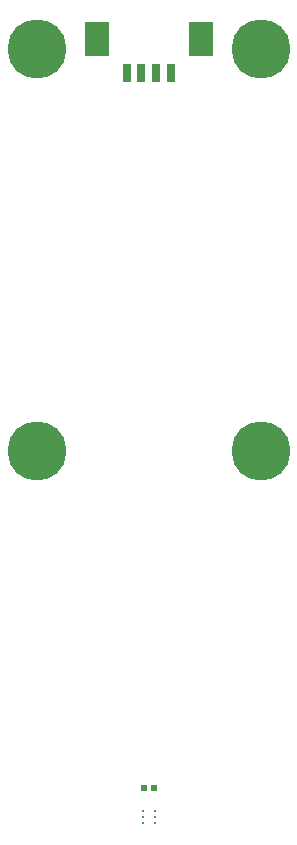
<source format=gbr>
%TF.GenerationSoftware,Altium Limited,Altium Designer,23.3.1 (30)*%
G04 Layer_Color=255*
%FSLAX26Y26*%
%MOIN*%
%TF.SameCoordinates,8EB50123-24BD-4293-BAC2-458A60E0733E*%
%TF.FilePolarity,Positive*%
%TF.FileFunction,Pads,Top*%
%TF.Part,Single*%
G01*
G75*
%TA.AperFunction,BGAPad,CuDef*%
%ADD10C,0.011811*%
%TA.AperFunction,ConnectorPad*%
%ADD11R,0.078740X0.118110*%
%ADD12R,0.029528X0.059055*%
%TA.AperFunction,SMDPad,CuDef*%
%ADD13R,0.018504X0.020472*%
%TA.AperFunction,ViaPad*%
%ADD17C,0.196850*%
D10*
X-19685Y19685D02*
D03*
Y0D02*
D03*
Y-19685D02*
D03*
X19685Y19685D02*
D03*
Y0D02*
D03*
Y-19685D02*
D03*
D11*
X-174213Y2594488D02*
D03*
X174213D02*
D03*
D12*
X-73819Y2480315D02*
D03*
X-24606D02*
D03*
X73819D02*
D03*
X24606D02*
D03*
D13*
X-16929Y98425D02*
D03*
X16929D02*
D03*
D17*
X374016Y1220472D02*
D03*
X-374016D02*
D03*
X374016Y2559055D02*
D03*
X-374016D02*
D03*
%TF.MD5,b20de8ba3eacc8ac415d55ff9d942863*%
M02*

</source>
